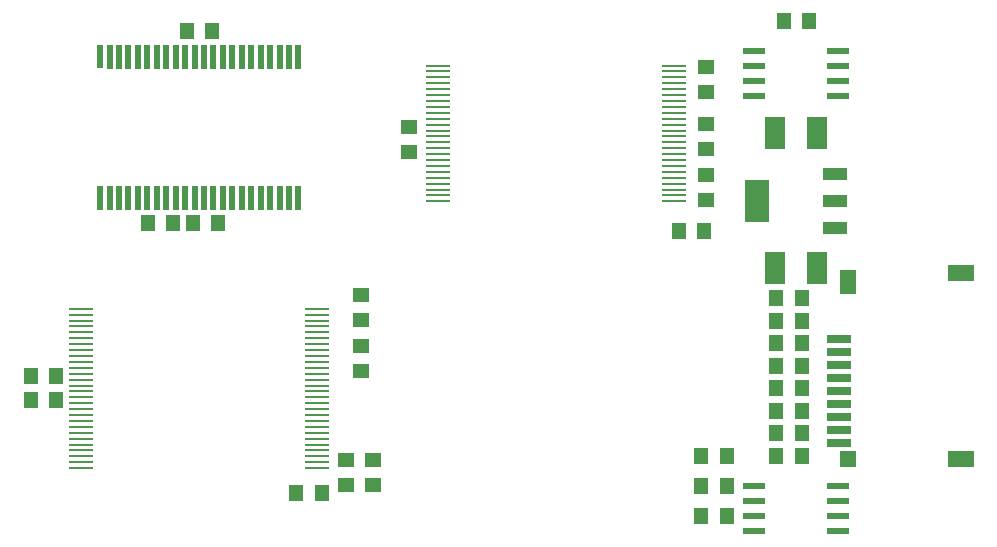
<source format=gtp>
G04 (created by PCBNEW-RS274X (2012-01-19 BZR 3256)-stable) date 08/10/2012 04:37:32*
G01*
G70*
G90*
%MOIN*%
G04 Gerber Fmt 3.4, Leading zero omitted, Abs format*
%FSLAX34Y34*%
G04 APERTURE LIST*
%ADD10C,0.006000*%
%ADD11R,0.078700X0.007800*%
%ADD12R,0.045000X0.055000*%
%ADD13R,0.080000X0.144000*%
%ADD14R,0.080000X0.040000*%
%ADD15R,0.070000X0.110000*%
%ADD16R,0.055000X0.045000*%
%ADD17R,0.086600X0.055100*%
%ADD18R,0.055100X0.078700*%
%ADD19R,0.055100X0.055100*%
%ADD20R,0.078700X0.027600*%
%ADD21R,0.075000X0.020000*%
%ADD22R,0.019700X0.078700*%
G04 APERTURE END LIST*
G54D10*
G54D11*
X25037Y-27870D03*
X25037Y-27673D03*
X25037Y-27476D03*
X25037Y-27280D03*
X25037Y-27083D03*
X25037Y-26886D03*
X25037Y-26689D03*
X25037Y-26492D03*
X25037Y-26295D03*
X25037Y-26098D03*
X25037Y-25902D03*
X25037Y-25705D03*
X25037Y-25508D03*
X25037Y-25311D03*
X25037Y-25114D03*
X25037Y-24917D03*
X25037Y-24720D03*
X25037Y-24524D03*
X25037Y-24327D03*
X25037Y-24130D03*
X25037Y-23933D03*
X25037Y-23736D03*
X25037Y-23539D03*
X25037Y-23343D03*
X17163Y-23343D03*
X17163Y-23539D03*
X17163Y-23736D03*
X17163Y-23933D03*
X17163Y-24130D03*
X17163Y-24327D03*
X17163Y-24524D03*
X17163Y-24720D03*
X17163Y-24917D03*
X17163Y-25114D03*
X17163Y-25311D03*
X17163Y-25508D03*
X17163Y-25705D03*
X17163Y-25902D03*
X17163Y-26098D03*
X17163Y-26295D03*
X17163Y-26492D03*
X17163Y-26689D03*
X17163Y-26886D03*
X17163Y-27083D03*
X17163Y-27280D03*
X17163Y-27476D03*
X17163Y-27673D03*
X17163Y-27870D03*
X17163Y-28067D03*
X17163Y-28264D03*
X17163Y-28461D03*
X17163Y-28657D03*
X25037Y-28067D03*
X25037Y-28264D03*
X25037Y-28461D03*
X25037Y-28657D03*
X29063Y-15630D03*
X29063Y-15827D03*
X29063Y-16024D03*
X29063Y-16220D03*
X29063Y-16417D03*
X29063Y-16614D03*
X29063Y-16811D03*
X29063Y-17008D03*
X29063Y-17205D03*
X29063Y-17402D03*
X29063Y-17598D03*
X29063Y-17795D03*
X29063Y-17992D03*
X29063Y-18189D03*
X29063Y-18386D03*
X29063Y-18583D03*
X29063Y-18780D03*
X29063Y-18976D03*
X29063Y-19173D03*
X29063Y-19370D03*
X29063Y-19567D03*
X29063Y-19764D03*
X36937Y-19764D03*
X36937Y-19567D03*
X36937Y-19370D03*
X36937Y-19173D03*
X36937Y-18976D03*
X36937Y-18780D03*
X36937Y-18583D03*
X36937Y-18386D03*
X36937Y-18189D03*
X36937Y-17992D03*
X36937Y-17795D03*
X36937Y-17598D03*
X36937Y-17402D03*
X36937Y-17205D03*
X36937Y-17008D03*
X36937Y-16811D03*
X36937Y-16614D03*
X36937Y-16417D03*
X36937Y-16220D03*
X36937Y-16024D03*
X36937Y-15827D03*
X36937Y-15630D03*
X36937Y-15433D03*
X36937Y-15236D03*
X29063Y-15433D03*
X29063Y-15236D03*
G54D12*
X37825Y-29250D03*
X38675Y-29250D03*
G54D13*
X39700Y-19750D03*
G54D14*
X42300Y-19750D03*
X42300Y-18850D03*
X42300Y-20650D03*
G54D15*
X41700Y-17500D03*
X40300Y-17500D03*
X41700Y-22000D03*
X40300Y-22000D03*
G54D12*
X21525Y-14100D03*
X20675Y-14100D03*
G54D16*
X38000Y-18025D03*
X38000Y-17175D03*
X28100Y-18125D03*
X28100Y-17275D03*
G54D12*
X37825Y-28250D03*
X38675Y-28250D03*
G54D16*
X26900Y-29225D03*
X26900Y-28375D03*
G54D12*
X20875Y-20500D03*
X21725Y-20500D03*
G54D16*
X26000Y-29225D03*
X26000Y-28375D03*
G54D12*
X15475Y-25600D03*
X16325Y-25600D03*
G54D16*
X26500Y-22875D03*
X26500Y-23725D03*
X38000Y-19725D03*
X38000Y-18875D03*
X26500Y-25425D03*
X26500Y-24575D03*
G54D12*
X41175Y-23000D03*
X40325Y-23000D03*
X15475Y-26400D03*
X16325Y-26400D03*
X25175Y-29500D03*
X24325Y-29500D03*
X20225Y-20500D03*
X19375Y-20500D03*
G54D17*
X46488Y-28360D03*
X46488Y-22140D03*
G54D18*
X42709Y-22455D03*
G54D19*
X42709Y-28360D03*
G54D20*
X42433Y-27829D03*
X42433Y-27396D03*
X42433Y-26963D03*
X42433Y-26530D03*
X42433Y-26096D03*
X42433Y-25663D03*
X42433Y-25230D03*
X42433Y-24797D03*
X42433Y-24364D03*
G54D21*
X42400Y-29250D03*
X42400Y-29750D03*
X42400Y-30250D03*
X42400Y-30750D03*
X39600Y-30750D03*
X39600Y-30250D03*
X39600Y-29750D03*
X39600Y-29250D03*
G54D16*
X38000Y-15275D03*
X38000Y-16125D03*
G54D12*
X37925Y-20750D03*
X37075Y-20750D03*
X37825Y-30250D03*
X38675Y-30250D03*
X41175Y-28250D03*
X40325Y-28250D03*
X41175Y-23750D03*
X40325Y-23750D03*
X41175Y-24500D03*
X40325Y-24500D03*
X41175Y-25250D03*
X40325Y-25250D03*
X41175Y-26000D03*
X40325Y-26000D03*
X41175Y-26750D03*
X40325Y-26750D03*
X41175Y-27500D03*
X40325Y-27500D03*
G54D22*
X23777Y-14938D03*
X23462Y-14938D03*
X23147Y-14938D03*
X22832Y-14938D03*
X22517Y-14938D03*
X22202Y-14938D03*
X21887Y-14938D03*
X21572Y-14938D03*
X21257Y-14938D03*
X20943Y-14938D03*
X20628Y-14938D03*
X20313Y-14938D03*
X19998Y-14938D03*
X19683Y-14938D03*
X19368Y-14938D03*
X19053Y-14938D03*
X18738Y-14938D03*
X18423Y-14938D03*
X18108Y-14938D03*
G54D10*
G36*
X17695Y-15331D02*
X17695Y-14545D01*
X17891Y-14545D01*
X17891Y-15331D01*
X17695Y-15331D01*
X17695Y-15331D01*
G37*
G54D22*
X17793Y-19662D03*
X18108Y-19662D03*
X18423Y-19662D03*
X18738Y-19662D03*
X19053Y-19662D03*
X19368Y-19662D03*
X19683Y-19662D03*
X19998Y-19662D03*
X20313Y-19662D03*
X20628Y-19662D03*
X20943Y-19662D03*
X21257Y-19662D03*
X21572Y-19662D03*
X21887Y-19662D03*
X22202Y-19662D03*
X22517Y-19662D03*
X22832Y-19662D03*
X23147Y-19662D03*
X23462Y-19662D03*
X23777Y-19662D03*
X24092Y-19662D03*
X24407Y-19662D03*
X24092Y-14938D03*
X24407Y-14938D03*
G54D12*
X40575Y-13750D03*
X41425Y-13750D03*
G54D21*
X42400Y-14750D03*
X42400Y-15250D03*
X42400Y-15750D03*
X42400Y-16250D03*
X39600Y-16250D03*
X39600Y-15750D03*
X39600Y-15250D03*
X39600Y-14750D03*
M02*

</source>
